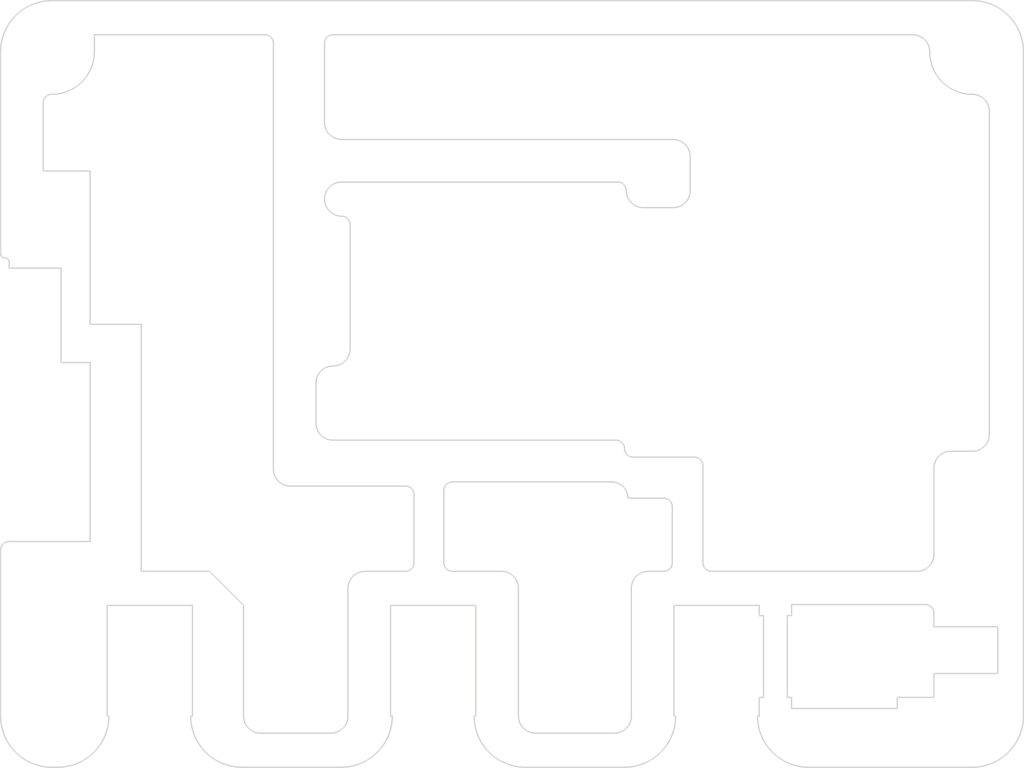
<source format=kicad_pcb>
(kicad_pcb (version 4) (host pcbnew 4.0.6-e0-6349~53~ubuntu14.04.1)

  (general
    (links 0)
    (no_connects 0)
    (area 44.599999 42.6 230.900001 150.100001)
    (thickness 2.2)
    (drawings 170)
    (tracks 0)
    (zones 0)
    (modules 12)
    (nets 12)
  )

  (page A4)
  (title_block
    (title SBMS40)
    (rev 02)
    (company "Electrodacus (Schematic and PCB layout released under CC-BY-SA 3.0 licence)")
  )

  (layers
    (0 F.Cu signal)
    (31 B.Cu signal)
    (32 B.Adhes user)
    (33 F.Adhes user)
    (34 B.Paste user)
    (35 F.Paste user)
    (36 B.SilkS user)
    (37 F.SilkS user)
    (38 B.Mask user)
    (39 F.Mask user)
    (42 Eco1.User user hide)
    (43 Eco2.User user)
    (44 Edge.Cuts user)
  )

  (setup
    (last_trace_width 0.198)
    (user_trace_width 0.198)
    (user_trace_width 0.2)
    (user_trace_width 0.25)
    (user_trace_width 0.3)
    (user_trace_width 0.5)
    (user_trace_width 0.7)
    (user_trace_width 1)
    (user_trace_width 1.2)
    (trace_clearance 0.2)
    (zone_clearance 0.5)
    (zone_45_only yes)
    (trace_min 0.198)
    (segment_width 0.2)
    (edge_width 0.15)
    (via_size 0.7)
    (via_drill 0.3)
    (via_min_size 0.5)
    (via_min_drill 0.3)
    (user_via 0.7 0.3)
    (user_via 1 0.6)
    (uvia_size 0.508)
    (uvia_drill 0.127)
    (uvias_allowed no)
    (uvia_min_size 0.5)
    (uvia_min_drill 0.1)
    (pcb_text_width 0.3)
    (pcb_text_size 1.5 1.5)
    (mod_edge_width 0.15)
    (mod_text_size 1.5 1.5)
    (mod_text_width 0.15)
    (pad_size 0.7 1.1)
    (pad_drill 0)
    (pad_to_mask_clearance 0.03)
    (solder_mask_min_width 0.1)
    (pad_to_paste_clearance_ratio -0.02)
    (aux_axis_origin 50 150)
    (visible_elements FFFFFE4F)
    (pcbplotparams
      (layerselection 0x010c0_00000000)
      (usegerberextensions true)
      (gerberprecision 5)
      (excludeedgelayer true)
      (linewidth 0.100000)
      (plotframeref false)
      (viasonmask false)
      (mode 1)
      (useauxorigin true)
      (hpglpennumber 1)
      (hpglpenspeed 20)
      (hpglpendiameter 15)
      (hpglpenoverlay 2)
      (psnegative false)
      (psa4output false)
      (plotreference false)
      (plotvalue false)
      (plotinvisibletext false)
      (padsonsilk false)
      (subtractmaskfromsilk false)
      (outputformat 1)
      (mirror false)
      (drillshape 0)
      (scaleselection 1)
      (outputdirectory SBMS40-v02c/))
  )

  (net 0 "")
  (net 1 /BAT0)
  (net 2 /CPV1P)
  (net 3 /CPV2P)
  (net 4 /CSI1a)
  (net 5 /CSI2a)
  (net 6 /LDMON)
  (net 7 /PV+)
  (net 8 /PV1)
  (net 9 /PV2)
  (net 10 GND)
  (net 11 "Net-(D7-Pad1)")

  (net_class Default "This is the default net class."
    (clearance 0.2)
    (trace_width 0.198)
    (via_dia 0.7)
    (via_drill 0.3)
    (uvia_dia 0.508)
    (uvia_drill 0.127)
  )

  (module dacusnewlib:H1-1mm-M locked (layer F.Cu) (tedit 598CE65A) (tstamp 598CE8ED)
    (at 140.2 141.8)
    (fp_text reference "" (at -0.27432 -2.94894) (layer F.SilkS) hide
      (effects (font (thickness 0.3048)))
    )
    (fp_text value "" (at 5.02412 -2.99974) (layer F.SilkS) hide
      (effects (font (thickness 0.3048)))
    )
    (pad "" np_thru_hole circle (at 0 0) (size 1 1) (drill 1) (layers *.Cu *.Mask))
  )

  (module dacusnewlib:H1-1mm-M locked (layer F.Cu) (tedit 598CE65A) (tstamp 598CE842)
    (at 141.6 132.2)
    (fp_text reference "" (at -0.27432 -2.94894) (layer F.SilkS) hide
      (effects (font (thickness 0.3048)))
    )
    (fp_text value "" (at 5.02412 -2.99974) (layer F.SilkS) hide
      (effects (font (thickness 0.3048)))
    )
    (pad "" np_thru_hole circle (at 0 0) (size 1 1) (drill 1) (layers *.Cu *.Mask))
  )

  (module dacusnewlib:H1-1mm-M locked (layer F.Cu) (tedit 598CE65A) (tstamp 598CE709)
    (at 141.6 141.8)
    (fp_text reference "" (at -0.27432 -2.94894) (layer F.SilkS) hide
      (effects (font (thickness 0.3048)))
    )
    (fp_text value "" (at 5.02412 -2.99974) (layer F.SilkS) hide
      (effects (font (thickness 0.3048)))
    )
    (pad "" np_thru_hole circle (at 0 0) (size 1 1) (drill 1) (layers *.Cu *.Mask))
  )

  (module dacusnewlib:H1-3mm-M locked (layer F.Cu) (tedit 5938536B) (tstamp 5948BCE2)
    (at 56 128)
    (fp_text reference "" (at -0.27432 -2.94894) (layer F.SilkS) hide
      (effects (font (thickness 0.3048)))
    )
    (fp_text value "" (at 5.02412 -2.99974) (layer F.SilkS) hide
      (effects (font (thickness 0.3048)))
    )
    (pad "" np_thru_hole circle (at 0 0) (size 3 3) (drill 3) (layers *.Cu *.Mask))
  )

  (module dacusnewlib:H1-3mm-M locked (layer F.Cu) (tedit 5938536B) (tstamp 5948BC4A)
    (at 164 128)
    (fp_text reference "" (at -0.27432 -2.94894) (layer F.SilkS) hide
      (effects (font (thickness 0.3048)))
    )
    (fp_text value "" (at 5.02412 -2.99974) (layer F.SilkS) hide
      (effects (font (thickness 0.3048)))
    )
    (pad "" np_thru_hole circle (at 0 0) (size 3 3) (drill 3) (layers *.Cu *.Mask))
  )

  (module dacusnewlib:H1-3mm-M locked (layer F.Cu) (tedit 5938536B) (tstamp 59475B78)
    (at 164 144)
    (fp_text reference "" (at -0.27432 -2.94894) (layer F.SilkS) hide
      (effects (font (thickness 0.3048)))
    )
    (fp_text value "" (at 5.02412 -2.99974) (layer F.SilkS) hide
      (effects (font (thickness 0.3048)))
    )
    (pad "" np_thru_hole circle (at 0 0) (size 3 3) (drill 3) (layers *.Cu *.Mask))
  )

  (module dacusnewlib:H1-3mm-M locked (layer F.Cu) (tedit 5938536B) (tstamp 58E5B0AD)
    (at 56 144)
    (fp_text reference "" (at -0.27432 -2.94894) (layer F.SilkS) hide
      (effects (font (thickness 0.3048)))
    )
    (fp_text value "" (at 5.02412 -2.99974) (layer F.SilkS) hide
      (effects (font (thickness 0.3048)))
    )
    (pad "" np_thru_hole circle (at 0 0) (size 3 3) (drill 3) (layers *.Cu *.Mask))
  )

  (module dacusnewlib:H1-5mm-M locked (layer F.Cu) (tedit 59385344) (tstamp 594DD0A1)
    (at 165.25 117.85)
    (path Hole-large)
    (fp_text reference "" (at -0.27432 -2.94894) (layer F.SilkS) hide
      (effects (font (thickness 0.3048)))
    )
    (fp_text value "" (at 5.02412 -2.99974) (layer F.SilkS) hide
      (effects (font (thickness 0.3048)))
    )
    (pad "" np_thru_hole circle (at 0 0) (size 5 5) (drill 5) (layers *.Cu *.Mask))
  )

  (module dacusnewlib:H1-5x6mm-M locked (layer F.Cu) (tedit 5951E0C1) (tstamp 58D75F2B)
    (at 55.5 85)
    (path Hole-large)
    (fp_text reference "" (at -0.27432 -2.94894) (layer F.SilkS) hide
      (effects (font (thickness 0.3048)))
    )
    (fp_text value "" (at 5.02412 -2.99974) (layer F.SilkS) hide
      (effects (font (thickness 0.3048)))
    )
    (pad "" np_thru_hole oval (at 0 0) (size 6 5) (drill oval 6 5) (layers *.Cu *.Mask))
  )

  (module dacusnewlib:H1-5mm-M locked (layer F.Cu) (tedit 59385344) (tstamp 58E5B0D8)
    (at 56 66)
    (fp_text reference "" (at -0.27432 -2.94894) (layer F.SilkS) hide
      (effects (font (thickness 0.3048)))
    )
    (fp_text value "" (at 5.02412 -2.99974) (layer F.SilkS) hide
      (effects (font (thickness 0.3048)))
    )
    (pad "" np_thru_hole circle (at 0 0) (size 5 5) (drill 5) (layers *.Cu *.Mask))
  )

  (module dacusnewlib:H1-5mm-M locked (layer F.Cu) (tedit 59385344) (tstamp 58E5B0B8)
    (at 164 66)
    (fp_text reference "" (at -0.27432 -2.94894) (layer F.SilkS) hide
      (effects (font (thickness 0.3048)))
    )
    (fp_text value "" (at 5.02412 -2.99974) (layer F.SilkS) hide
      (effects (font (thickness 0.3048)))
    )
    (pad "" np_thru_hole circle (at 0 0) (size 5 5) (drill 5) (layers *.Cu *.Mask))
  )

  (module dacusnewlib:H1-1mm-M locked (layer F.Cu) (tedit 598CE65A) (tstamp 598CE687)
    (at 140.2 132.2)
    (fp_text reference "" (at -0.27432 -2.94894) (layer F.SilkS) hide
      (effects (font (thickness 0.3048)))
    )
    (fp_text value "" (at 5.02412 -2.99974) (layer F.SilkS) hide
      (effects (font (thickness 0.3048)))
    )
    (pad "" np_thru_hole circle (at 0 0) (size 1 1) (drill 1) (layers *.Cu *.Mask))
  )

  (gr_line (start 142.3 141.8) (end 142.8 141.8) (layer Edge.Cuts) (width 0.15))
  (gr_line (start 142.8 132.2) (end 142.3 132.2) (layer Edge.Cuts) (width 0.15))
  (gr_line (start 142.3 132.2) (end 142.3 141.8) (layer Edge.Cuts) (width 0.15))
  (gr_line (start 139.5 132.2) (end 139.5 141.8) (layer Edge.Cuts) (width 0.15))
  (gr_line (start 159.5 131.9) (end 159.5 133.5) (layer Edge.Cuts) (width 0.15))
  (gr_line (start 167 133.5) (end 159.5 133.5) (layer Edge.Cuts) (width 0.15))
  (gr_line (start 167 139) (end 167 133.5) (layer Edge.Cuts) (width 0.15))
  (gr_line (start 159.5 139) (end 167 139) (layer Edge.Cuts) (width 0.15))
  (gr_arc (start 157 66) (end 157 64) (angle 90) (layer Edge.Cuts) (width 0.15))
  (gr_arc (start 128.9 82.3) (end 130.9 82.3) (angle 90) (layer Edge.Cuts) (width 0.15))
  (gr_arc (start 128.9 78.3) (end 128.9 76.3) (angle 90) (layer Edge.Cuts) (width 0.15))
  (gr_line (start 125.4 84.3) (end 128.9 84.3) (layer Edge.Cuts) (width 0.15))
  (gr_line (start 130.9 82.3) (end 130.9 78.3) (layer Edge.Cuts) (width 0.15))
  (gr_arc (start 90 83.3) (end 90 85.3) (angle 180) (layer Edge.Cuts) (width 0.15))
  (gr_arc (start 90 74.3) (end 90 76.3) (angle 90) (layer Edge.Cuts) (width 0.15))
  (gr_arc (start 90 86.3) (end 90 85.3) (angle 90) (layer Edge.Cuts) (width 0.15))
  (gr_line (start 88 74.3) (end 88 65) (layer Edge.Cuts) (width 0.15))
  (gr_arc (start 89 65) (end 88 65) (angle 90) (layer Edge.Cuts) (width 0.15))
  (gr_arc (start 122.4 82.3) (end 122.4 81.3) (angle 90) (layer Edge.Cuts) (width 0.15))
  (gr_line (start 90 81.3) (end 122.4 81.3) (layer Edge.Cuts) (width 0.15))
  (gr_line (start 89 64) (end 157 64) (layer Edge.Cuts) (width 0.15))
  (gr_arc (start 125.4 82.3) (end 125.4 84.3) (angle 90) (layer Edge.Cuts) (width 0.15))
  (gr_line (start 128.9 76.3) (end 90 76.3) (layer Edge.Cuts) (width 0.15))
  (gr_arc (start 51 124.5) (end 50 124.5) (angle 90) (layer Edge.Cuts) (width 0.15))
  (gr_line (start 97.5 127) (end 92.75 127) (layer Edge.Cuts) (width 0.15))
  (gr_line (start 97.5 116.99) (end 84 116.99) (layer Edge.Cuts) (width 0.15))
  (gr_arc (start 97.5 117.99) (end 97.5 116.99) (angle 90) (layer Edge.Cuts) (width 0.15))
  (gr_arc (start 103 117.5) (end 102 117.5) (angle 90) (layer Edge.Cuts) (width 0.15))
  (gr_arc (start 103 126) (end 103 127) (angle 90) (layer Edge.Cuts) (width 0.15))
  (gr_arc (start 97.5 126) (end 98.5 126) (angle 90) (layer Edge.Cuts) (width 0.15))
  (gr_line (start 102 117.5) (end 102 126) (layer Edge.Cuts) (width 0.15))
  (gr_line (start 98.5 126) (end 98.5 117.99) (layer Edge.Cuts) (width 0.15))
  (gr_line (start 81 64) (end 61 64) (layer Edge.Cuts) (width 0.15))
  (gr_arc (start 81 65) (end 81 64) (angle 90) (layer Edge.Cuts) (width 0.15))
  (gr_arc (start 84 114.99) (end 84 116.99) (angle 90) (layer Edge.Cuts) (width 0.15))
  (gr_arc (start 89 109.6) (end 89 111.6) (angle 90) (layer Edge.Cuts) (width 0.15))
  (gr_arc (start 89 104.9) (end 87 104.9) (angle 90) (layer Edge.Cuts) (width 0.15))
  (gr_arc (start 89 100.9) (end 91 100.9) (angle 90) (layer Edge.Cuts) (width 0.15))
  (gr_line (start 91 86.3) (end 91 100.9) (layer Edge.Cuts) (width 0.15))
  (gr_line (start 87 109.6) (end 87 104.9) (layer Edge.Cuts) (width 0.15))
  (gr_arc (start 122.2 112.6) (end 122.2 111.6) (angle 90) (layer Edge.Cuts) (width 0.15))
  (gr_line (start 126 127) (end 127.8 127) (layer Edge.Cuts) (width 0.15))
  (gr_arc (start 127.8 119.41) (end 127.8 118.41) (angle 90) (layer Edge.Cuts) (width 0.15))
  (gr_arc (start 124.2 112.6) (end 124.2 113.6) (angle 90) (layer Edge.Cuts) (width 0.15))
  (gr_arc (start 131.4 114.6) (end 131.4 113.6) (angle 90) (layer Edge.Cuts) (width 0.15))
  (gr_arc (start 133.4 126) (end 133.4 127) (angle 90) (layer Edge.Cuts) (width 0.15))
  (gr_arc (start 127.8 126) (end 128.8 126) (angle 90) (layer Edge.Cuts) (width 0.15))
  (gr_arc (start 121.69 118.41) (end 121.69 116.5) (angle 90) (layer Edge.Cuts) (width 0.15))
  (gr_line (start 122.2 111.6) (end 89 111.6) (layer Edge.Cuts) (width 0.15))
  (gr_line (start 131.4 113.6) (end 124.2 113.6) (layer Edge.Cuts) (width 0.15))
  (gr_line (start 132.4 126) (end 132.4 114.6) (layer Edge.Cuts) (width 0.15))
  (gr_line (start 127.8 118.41) (end 123.6 118.41) (layer Edge.Cuts) (width 0.15))
  (gr_line (start 128.8 126) (end 128.8 119.4) (layer Edge.Cuts) (width 0.15))
  (gr_line (start 103 116.5) (end 121.69 116.5) (layer Edge.Cuts) (width 0.15))
  (gr_line (start 82 65) (end 82 114.99) (layer Edge.Cuts) (width 0.15))
  (gr_line (start 139 131) (end 129 131) (layer Edge.Cuts) (width 0.15))
  (gr_line (start 142.8 132.2) (end 142.8 130.9) (layer Edge.Cuts) (width 0.15))
  (gr_line (start 139 132.2) (end 139.5 132.2) (layer Edge.Cuts) (width 0.15))
  (gr_line (start 139 131) (end 139 132.2) (layer Edge.Cuts) (width 0.15))
  (gr_arc (start 158.5 131.9) (end 158.5 130.9) (angle 90) (layer Edge.Cuts) (width 0.15))
  (gr_arc (start 164 110.9) (end 166 110.9) (angle 90) (layer Edge.Cuts) (width 0.15))
  (gr_arc (start 161.5 114.9) (end 159.5 114.9) (angle 90) (layer Edge.Cuts) (width 0.15))
  (gr_arc (start 157.5 125) (end 159.5 125) (angle 90) (layer Edge.Cuts) (width 0.15))
  (gr_line (start 161.5 112.9) (end 164 112.9) (layer Edge.Cuts) (width 0.15))
  (gr_line (start 159.5 125) (end 159.5 114.9) (layer Edge.Cuts) (width 0.15))
  (gr_arc (start 126 129) (end 124 129) (angle 90) (layer Edge.Cuts) (width 0.15))
  (gr_arc (start 108.75 129) (end 108.75 127) (angle 90) (layer Edge.Cuts) (width 0.15))
  (gr_line (start 112.75 146) (end 122 146) (layer Edge.Cuts) (width 0.15))
  (gr_arc (start 122 144) (end 124 144) (angle 90) (layer Edge.Cuts) (width 0.15))
  (gr_arc (start 112.75 144) (end 112.75 146) (angle 90) (layer Edge.Cuts) (width 0.15))
  (gr_arc (start 88.75 144) (end 90.75 144) (angle 90) (layer Edge.Cuts) (width 0.15))
  (gr_arc (start 80.5 144) (end 80.5 146) (angle 90) (layer Edge.Cuts) (width 0.15))
  (gr_arc (start 92.75 129) (end 90.75 129) (angle 90) (layer Edge.Cuts) (width 0.15))
  (gr_line (start 61 66) (end 61 64) (layer Edge.Cuts) (width 0.15))
  (gr_arc (start 56 72) (end 55 72) (angle 90) (layer Edge.Cuts) (width 0.15))
  (gr_arc (start 56 66) (end 61 66) (angle 90) (layer Edge.Cuts) (width 0.15))
  (gr_arc (start 164 73) (end 164 71) (angle 90) (layer Edge.Cuts) (width 0.15))
  (gr_arc (start 164 66) (end 164 71) (angle 90) (layer Edge.Cuts) (width 0.15))
  (gr_line (start 133.4 127) (end 157.5 127) (layer Edge.Cuts) (width 0.15))
  (gr_line (start 124 144) (end 124 129) (layer Edge.Cuts) (width 0.15))
  (gr_line (start 110.75 129) (end 110.75 144) (layer Edge.Cuts) (width 0.15))
  (gr_line (start 103 127) (end 108.75 127) (layer Edge.Cuts) (width 0.15))
  (gr_line (start 90.75 144) (end 90.75 129) (layer Edge.Cuts) (width 0.15))
  (gr_line (start 60.5 123.5) (end 51 123.5) (layer Edge.Cuts) (width 0.15))
  (gr_line (start 55 80) (end 55 72) (layer Edge.Cuts) (width 0.15))
  (gr_line (start 60.5 80) (end 55 80) (layer Edge.Cuts) (width 0.15))
  (gr_line (start 60.5 98) (end 60.5 80) (layer Edge.Cuts) (width 0.15))
  (gr_line (start 66.5 98) (end 60.5 98) (layer Edge.Cuts) (width 0.15))
  (gr_line (start 57.1 91.4) (end 51 91.4) (layer Edge.Cuts) (width 0.15))
  (gr_line (start 57.1 102.5) (end 57.1 91.4) (layer Edge.Cuts) (width 0.15))
  (gr_line (start 60.5 102.5) (end 57.1 102.5) (layer Edge.Cuts) (width 0.15))
  (gr_line (start 60.5 123.5) (end 60.5 102.5) (layer Edge.Cuts) (width 0.15))
  (gr_line (start 66.5 127) (end 66.5 98) (layer Edge.Cuts) (width 0.15))
  (gr_line (start 56 150) (end 56.7 150) (layer Edge.Cuts) (width 0.15))
  (gr_line (start 74.5 127) (end 66.5 127) (layer Edge.Cuts) (width 0.15))
  (gr_line (start 78.5 131) (end 74.5 127) (layer Edge.Cuts) (width 0.15))
  (gr_line (start 78.5 144) (end 78.5 131) (layer Edge.Cuts) (width 0.15))
  (gr_line (start 78.3 150) (end 89.95 150) (layer Edge.Cuts) (width 0.15))
  (gr_line (start 111.55 150) (end 123.2 150) (layer Edge.Cuts) (width 0.15))
  (gr_line (start 62.5 144) (end 62.7 144) (layer Edge.Cuts) (width 0.15))
  (gr_arc (start 56.7 144) (end 62.7 144) (angle 90) (layer Edge.Cuts) (width 0.15))
  (gr_line (start 72.3 144) (end 72.5 144) (layer Edge.Cuts) (width 0.15))
  (gr_arc (start 78.3 144) (end 78.3 150) (angle 90) (layer Edge.Cuts) (width 0.15))
  (gr_line (start 95.75 144) (end 95.95 144) (layer Edge.Cuts) (width 0.15))
  (gr_arc (start 89.95 144) (end 95.95 144) (angle 90) (layer Edge.Cuts) (width 0.15))
  (gr_line (start 95.75 131) (end 95.75 144) (layer Edge.Cuts) (width 0.15))
  (gr_line (start 105.75 131) (end 95.75 131) (layer Edge.Cuts) (width 0.15))
  (gr_line (start 105.75 144) (end 105.75 131) (layer Edge.Cuts) (width 0.15))
  (gr_line (start 105.55 144) (end 105.75 144) (layer Edge.Cuts) (width 0.15))
  (gr_arc (start 111.55 144) (end 111.55 150) (angle 90) (layer Edge.Cuts) (width 0.15))
  (gr_line (start 129 144) (end 129.2 144) (layer Edge.Cuts) (width 0.15))
  (gr_arc (start 123.2 144) (end 129.2 144) (angle 90) (layer Edge.Cuts) (width 0.15))
  (gr_line (start 138.8 144) (end 139 144) (layer Edge.Cuts) (width 0.15))
  (gr_arc (start 144.8 144) (end 144.8 150) (angle 90) (layer Edge.Cuts) (width 0.15))
  (gr_line (start 139 141.8) (end 139.5 141.8) (layer Edge.Cuts) (width 0.15))
  (gr_line (start 155.2 141.8) (end 159.5 141.8) (layer Edge.Cuts) (width 0.15))
  (gr_line (start 155.2 143.1) (end 155.2 141.8) (layer Edge.Cuts) (width 0.15))
  (gr_line (start 142.8 143.1) (end 155.2 143.1) (layer Edge.Cuts) (width 0.15))
  (gr_line (start 142.8 141.8) (end 142.8 143.1) (layer Edge.Cuts) (width 0.15))
  (gr_line (start 139 141.8) (end 139 144) (layer Edge.Cuts) (width 0.15))
  (gr_line (start 142.8 130.9) (end 158.5 130.9) (layer Edge.Cuts) (width 0.15))
  (gr_line (start 129 144) (end 129 131) (layer Edge.Cuts) (width 0.15))
  (gr_line (start 72.5 131) (end 72.5 144) (layer Edge.Cuts) (width 0.15))
  (gr_line (start 62.5 131) (end 72.5 131) (layer Edge.Cuts) (width 0.15))
  (gr_line (start 62.5 144) (end 62.5 131) (layer Edge.Cuts) (width 0.15))
  (gr_line (start 159.5 139) (end 159.5 141.8) (layer Edge.Cuts) (width 0.15))
  (gr_line (start 80.5 146) (end 88.75 146) (layer Edge.Cuts) (width 0.15))
  (gr_line (start 166 73) (end 166 110.9) (layer Edge.Cuts) (width 0.15))
  (gr_line (start 110.76 109.69) (end 110.76 114.16) (layer Eco1.User) (width 0.2))
  (gr_line (start 102.76 109.69) (end 102.76 113.16) (layer Eco1.User) (width 0.2))
  (gr_line (start 94.76 109.69) (end 94.76 113.48) (layer Eco1.User) (width 0.2))
  (gr_line (start 170 66) (end 170 144) (layer Edge.Cuts) (width 0.15))
  (gr_line (start 56 60) (end 164 60) (layer Edge.Cuts) (width 0.15))
  (gr_line (start 44.7 65) (end 230.8 65) (layer Eco1.User) (width 0.2))
  (gr_line (start 50 60) (end 50 150) (layer Eco1.User) (width 0.2))
  (gr_line (start 170 60) (end 50 60) (layer Eco1.User) (width 0.2))
  (gr_line (start 170 150) (end 170 60) (layer Eco1.User) (width 0.2))
  (gr_line (start 50 150) (end 170 150) (layer Eco1.User) (width 0.2))
  (gr_line (start 50 124.5) (end 50 144) (layer Edge.Cuts) (width 0.15))
  (gr_line (start 50 66) (end 50 89.7) (layer Edge.Cuts) (width 0.15))
  (gr_arc (start 50.5 89.7) (end 50.5 90.2) (angle 90) (layer Edge.Cuts) (width 0.15))
  (gr_arc (start 50.5 90.7) (end 50.5 90.2) (angle 90) (layer Edge.Cuts) (width 0.15))
  (gr_line (start 51 91.4) (end 51 90.7) (layer Edge.Cuts) (width 0.15))
  (gr_text 5 (at 216 137.5) (layer In4.Cu)
    (effects (font (size 1.25 1.25) (thickness 0.25)))
  )
  (gr_text 4 (at 216 135.5) (layer In3.Cu)
    (effects (font (size 1.25 1.25) (thickness 0.25)))
  )
  (gr_line (start 79.36 77.26) (end 84.46 77.26) (angle 90) (layer Eco1.User) (width 0.2))
  (gr_line (start 75 94.8) (end 75 86.46) (angle 90) (layer Eco1.User) (width 0.2))
  (gr_line (start 60.72 88.34) (end 60.71 88.34) (angle 90) (layer Eco1.User) (width 0.2))
  (gr_line (start 60.72 97.64) (end 60.72 88.34) (angle 90) (layer Eco1.User) (width 0.2))
  (gr_line (start 56.35 97.64) (end 66.4 97.64) (angle 90) (layer Eco1.User) (width 0.2))
  (gr_line (start 93 116.53) (end 93 121.8) (angle 90) (layer Eco1.User) (width 0.2))
  (gr_line (start 109 116.75) (end 109 122.32) (angle 90) (layer Eco1.User) (width 0.2))
  (gr_line (start 110.76 104.82) (end 110.76 110.63) (angle 90) (layer Eco1.User) (width 0.2))
  (gr_line (start 124.47 114) (end 159.32 114) (angle 90) (layer Eco1.User) (width 0.2))
  (gr_line (start 123.25 79.94) (end 123.25 125.58) (angle 90) (layer Eco1.User) (width 0.2))
  (gr_line (start 87.86 58.7) (end 87.86 119) (angle 90) (layer Eco1.User) (width 0.2))
  (gr_line (start 214 111.5) (end 56 111.5) (angle 90) (layer Eco1.User) (width 0.2))
  (gr_arc (start 56 117.5) (end 50 117.5) (angle 90) (layer Eco1.User) (width 0.2))
  (gr_arc (start 164 128) (end 164 122) (angle 90) (layer Eco1.User) (width 0.2))
  (gr_arc (start 56 66) (end 50 66) (angle 90) (layer Edge.Cuts) (width 0.15))
  (gr_arc (start 164 66) (end 164 60) (angle 90) (layer Edge.Cuts) (width 0.15))
  (gr_arc (start 164 144) (end 170 144) (angle 90) (layer Edge.Cuts) (width 0.15))
  (gr_arc (start 56 144) (end 56 150) (angle 90) (layer Edge.Cuts) (width 0.15))
  (gr_line (start 50 145) (end 220 145) (angle 90) (layer Eco1.User) (width 0.2))
  (gr_line (start 59.4 123.23) (end 59.41 123.23) (angle 90) (layer Eco1.User) (width 0.2))
  (gr_line (start 66.4 92.97) (end 66.4 123.23) (angle 90) (layer Eco1.User) (width 0.2))
  (gr_line (start 50 92.97) (end 66.4 92.97) (angle 90) (layer Eco1.User) (width 0.2))
  (gr_line (start 49.99 123.23) (end 67.17 123.23) (angle 90) (layer Eco1.User) (width 0.2))
  (gr_line (start 55 150) (end 55 59.6) (angle 90) (layer Eco1.User) (width 0.2))
  (gr_line (start 144.8 150) (end 164 150) (angle 90) (layer Edge.Cuts) (width 0.15))

  (zone (net 5) (net_name /CSI2a) (layer In3.Cu) (tstamp 58E42335) (hatch edge 0.508)
    (connect_pads yes (clearance 0.3))
    (min_thickness 0.3)
    (fill yes (arc_segments 32) (thermal_gap 0.508) (thermal_bridge_width 0.508) (smoothing fillet) (radius 0.3))
    (polygon
      (pts
        (xy 120.39 106.5) (xy 156 106.5) (xy 156 105.7) (xy 169 105.7) (xy 169 115.3)
        (xy 156 115.3) (xy 156 113.5) (xy 148 113.5) (xy 148 121.5) (xy 189.28 121.5)
        (xy 189.28 126.86) (xy 148.1 126.86) (xy 148.1 140) (xy 189.28 140) (xy 189.28 145.36)
        (xy 148.1 145.36) (xy 148.1 146.7) (xy 138.4 146.7) (xy 138.4 144.8) (xy 138.2 144.6)
        (xy 138.2 122.3) (xy 138.4 122.1) (xy 138.4 120.6) (xy 136 118.2) (xy 122.1 118.2)
        (xy 119.7 115.8) (xy 119.69 107.2)
      )
    )
  )
  (zone (net 5) (net_name /CSI2a) (layer In4.Cu) (tstamp 58E42366) (hatch edge 0.508)
    (connect_pads yes (clearance 0.3))
    (min_thickness 0.3)
    (fill yes (arc_segments 32) (thermal_gap 0.508) (thermal_bridge_width 0.508) (smoothing fillet) (radius 0.3))
    (polygon
      (pts
        (xy 120.39 106.5) (xy 156 106.5) (xy 156 105.7) (xy 169 105.7) (xy 169 115.3)
        (xy 156 115.3) (xy 156 113.5) (xy 148 113.5) (xy 148 121.5) (xy 189.28 121.5)
        (xy 189.28 126.86) (xy 148.1 126.86) (xy 148.1 140) (xy 189.28 140) (xy 189.28 145.36)
        (xy 148.1 145.36) (xy 148.1 146.7) (xy 138.4 146.7) (xy 138.4 144.8) (xy 138.2 144.6)
        (xy 138.2 122.3) (xy 138.4 122.1) (xy 138.4 120.6) (xy 136 118.2) (xy 122.1 118.2)
        (xy 119.7 115.8) (xy 119.7 107.2)
      )
    )
  )
  (zone (net 6) (net_name /LDMON) (layer In3.Cu) (tstamp 58E42F63) (hatch edge 0.508)
    (connect_pads yes (clearance 0.3))
    (min_thickness 0.3)
    (fill yes (arc_segments 32) (thermal_gap 0.508) (thermal_bridge_width 0.508) (smoothing fillet) (radius 0.3))
    (polygon
      (pts
        (xy 148.72 127.81) (xy 189.9 127.81) (xy 189.9 120.5) (xy 186.4 120.5) (xy 186.4 117.1)
        (xy 191.4 117.1) (xy 209.5 117.1) (xy 209.5 146.7) (xy 189.9 146.7) (xy 189.9 139.05)
        (xy 148.72 139.05)
      )
    )
  )
  (zone (net 6) (net_name /LDMON) (layer In4.Cu) (tstamp 58E42F7D) (hatch edge 0.508)
    (connect_pads yes (clearance 0.3))
    (min_thickness 0.3)
    (fill yes (arc_segments 32) (thermal_gap 0.508) (thermal_bridge_width 0.508) (smoothing fillet) (radius 0.3))
    (polygon
      (pts
        (xy 148.72 127.81) (xy 189.9 127.81) (xy 189.9 120.5) (xy 186.4 120.5) (xy 186.4 117.1)
        (xy 191.4 117.1) (xy 209.5 117.1) (xy 209.5 146.7) (xy 189.9 146.7) (xy 189.9 139.05)
        (xy 148.72 139.05)
      )
    )
  )
  (zone (net 7) (net_name /PV+) (layer In3.Cu) (tstamp 58E42FCE) (hatch edge 0.508)
    (connect_pads yes (clearance 1))
    (min_thickness 1)
    (fill yes (arc_segments 32) (thermal_gap 0.508) (thermal_bridge_width 0.508) (smoothing fillet) (radius 0.3))
    (polygon
      (pts
        (xy 55 111.1) (xy 110.28 111.1) (xy 119.72 105.5) (xy 154.28 105.5) (xy 156 104.7)
        (xy 169 104.7) (xy 169 96.9) (xy 188.81 96.9) (xy 201.29 84.42) (xy 201.29 42.6)
        (xy 111.5 42.6) (xy 111.5 55.5) (xy 96.7 55.5) (xy 96.7 42.6) (xy 55 42.6)
        (xy 55 97.5) (xy 60.9 97.5) (xy 60.9 99) (xy 55 99)
      )
    )
  )
  (zone (net 7) (net_name /PV+) (layer In4.Cu) (tstamp 58E4390E) (hatch edge 0.508)
    (connect_pads yes (clearance 1))
    (min_thickness 1)
    (fill yes (arc_segments 32) (thermal_gap 0.508) (thermal_bridge_width 0.508) (smoothing fillet) (radius 0.3))
    (polygon
      (pts
        (xy 55 111.1) (xy 110.28 111.1) (xy 119.72 105.5) (xy 154.28 105.5) (xy 156 104.7)
        (xy 169 104.7) (xy 169 96.9) (xy 188.81 96.9) (xy 201.29 84.42) (xy 201.29 42.6)
        (xy 111.5 42.6) (xy 111.5 55.5) (xy 96.7 55.5) (xy 96.7 42.6) (xy 55 42.6)
        (xy 55 97.5) (xy 60.9 97.5) (xy 60.9 99) (xy 55 99)
      )
    )
  )
  (zone (net 8) (net_name /PV1) (layer In3.Cu) (tstamp 58E43ED4) (hatch edge 0.508)
    (connect_pads yes (clearance 0.3))
    (min_thickness 0.3)
    (fill yes (arc_segments 32) (thermal_gap 0.508) (thermal_bridge_width 0.508) (smoothing fillet) (radius 0.3))
    (polygon
      (pts
        (xy 87.72 112.1) (xy 110.28 112.1) (xy 110.28 114) (xy 107.28 117) (xy 87.72 117)
      )
    )
  )
  (zone (net 8) (net_name /PV1) (layer In4.Cu) (tstamp 58E43F00) (hatch edge 0.508)
    (connect_pads yes (clearance 0.3))
    (min_thickness 0.3)
    (fill yes (arc_segments 32) (thermal_gap 0.508) (thermal_bridge_width 0.508) (smoothing fillet) (radius 0.3))
    (polygon
      (pts
        (xy 87.72 112.1) (xy 110.28 112.1) (xy 110.28 114) (xy 107.28 117) (xy 87.72 117)
      )
    )
  )
  (zone (net 9) (net_name /PV2) (layer In3.Cu) (tstamp 58E43FC2) (hatch edge 0.508)
    (connect_pads yes (clearance 0.3))
    (min_thickness 0.3)
    (fill yes (arc_segments 32) (thermal_gap 0.508) (thermal_bridge_width 0.508) (smoothing fillet) (radius 0.3))
    (polygon
      (pts
        (xy 58.72 112.1) (xy 81.7 112.1) (xy 81.7 117) (xy 61.64 117) (xy 58.72 114.08)
      )
    )
  )
  (zone (net 9) (net_name /PV2) (layer In4.Cu) (tstamp 58E43FE6) (hatch edge 0.508)
    (connect_pads yes (clearance 0.3))
    (min_thickness 0.3)
    (fill yes (arc_segments 32) (thermal_gap 0.508) (thermal_bridge_width 0.508) (smoothing fillet) (radius 0.3))
    (polygon
      (pts
        (xy 58.72 112.1) (xy 81.7 112.1) (xy 81.7 117) (xy 61.64 117) (xy 58.72 114.08)
      )
    )
  )
  (zone (net 4) (net_name /CSI1a) (layer In3.Cu) (tstamp 58E44DA2) (hatch edge 0.508)
    (connect_pads yes (clearance 0.3))
    (min_thickness 0.3)
    (fill yes (arc_segments 32) (thermal_gap 0.508) (thermal_bridge_width 0.508) (smoothing fillet) (radius 0.3))
    (polygon
      (pts
        (xy 117 120.18) (xy 134.8 120.18) (xy 136.02 121.4) (xy 136.6 121.98) (xy 136.6 122.1)
        (xy 136.8 122.3) (xy 136.8 144.6) (xy 136.6 144.8) (xy 136.6 146.68) (xy 117 146.68)
      )
    )
  )
  (zone (net 4) (net_name /CSI1a) (layer In4.Cu) (tstamp 58E44DD1) (hatch edge 0.508)
    (connect_pads yes (clearance 0.3))
    (min_thickness 0.3)
    (fill yes (arc_segments 32) (thermal_gap 0.508) (thermal_bridge_width 0.508) (smoothing fillet) (radius 0.3))
    (polygon
      (pts
        (xy 117 120.18) (xy 134.8 120.18) (xy 136.02 121.4) (xy 136.6 121.98) (xy 136.6 122.1)
        (xy 136.8 122.3) (xy 136.8 144.6) (xy 136.6 144.8) (xy 136.6 146.68) (xy 117 146.68)
      )
    )
  )
  (zone (net 2) (net_name /CPV1P) (layer In3.Cu) (tstamp 58E45106) (hatch edge 0.508)
    (connect_pads yes (clearance 0.3))
    (min_thickness 0.3)
    (fill yes (arc_segments 32) (thermal_gap 0.508) (thermal_bridge_width 0.508) (smoothing fillet) (radius 0.3))
    (polygon
      (pts
        (xy 91 117.89) (xy 91 146.68) (xy 107 146.68) (xy 107 123.4) (xy 107 117.89)
        (xy 106.8 117.69) (xy 91.2 117.69)
      )
    )
  )
  (zone (net 2) (net_name /CPV1P) (layer In4.Cu) (tstamp 58E45130) (hatch edge 0.508)
    (connect_pads yes (clearance 0.3))
    (min_thickness 0.3)
    (fill yes (arc_segments 32) (thermal_gap 0.508) (thermal_bridge_width 0.508) (smoothing fillet) (radius 0.3))
    (polygon
      (pts
        (xy 91 117.89) (xy 91 146.68) (xy 107 146.68) (xy 107 123.4) (xy 107 117.89)
        (xy 106.8 117.69) (xy 91.2 117.69)
      )
    )
  )
  (zone (net 3) (net_name /CPV2P) (layer In3.Cu) (tstamp 58E4515C) (hatch edge 0.508)
    (connect_pads yes (clearance 0.3))
    (min_thickness 0.3)
    (fill yes (arc_segments 32) (thermal_gap 0.508) (thermal_bridge_width 0.508) (smoothing fillet) (radius 0.3))
    (polygon
      (pts
        (xy 62 117.89) (xy 62.2 117.69) (xy 77.8 117.69) (xy 78 117.89) (xy 78 146.68)
        (xy 62 146.68)
      )
    )
  )
  (zone (net 3) (net_name /CPV2P) (layer In4.Cu) (tstamp 58E45188) (hatch edge 0.508)
    (connect_pads yes (clearance 0.3))
    (min_thickness 0.3)
    (fill yes (arc_segments 32) (thermal_gap 0.508) (thermal_bridge_width 0.508) (smoothing fillet) (radius 0.3))
    (polygon
      (pts
        (xy 62 117.89) (xy 62.2 117.69) (xy 77.8 117.69) (xy 78 117.89) (xy 78 146.68)
        (xy 62 146.68)
      )
    )
  )
  (zone (net 10) (net_name GND) (layer In3.Cu) (tstamp 58E45309) (hatch edge 0.508)
    (connect_pads yes (clearance 1))
    (min_thickness 1)
    (fill yes (arc_segments 32) (thermal_gap 0.508) (thermal_bridge_width 0.508) (smoothing fillet) (radius 0.3))
    (polygon
      (pts
        (xy 185.61 105.43) (xy 186.51 105.43) (xy 187.19 104.75) (xy 198.33 104.75) (xy 198.33 115.68)
        (xy 210 115.68) (xy 212.5 113.5) (xy 220 113.5) (xy 220 42.6) (xy 202.3 42.6)
        (xy 202.31 84.83) (xy 186.51 100.63) (xy 185.61 100.63)
      )
    )
  )
  (zone (net 10) (net_name GND) (layer In4.Cu) (tstamp 58E453D4) (hatch edge 0.508)
    (connect_pads yes (clearance 1))
    (min_thickness 1)
    (fill yes (arc_segments 32) (thermal_gap 0.508) (thermal_bridge_width 0.508) (smoothing fillet) (radius 0.3))
    (polygon
      (pts
        (xy 185.61 105.43) (xy 186.51 105.43) (xy 187.19 104.75) (xy 198.33 104.75) (xy 198.33 115.68)
        (xy 210 115.68) (xy 212.5 113.5) (xy 220 113.5) (xy 220 42.6) (xy 202.31 42.6)
        (xy 202.31 84.83) (xy 186.51 100.63) (xy 185.61 100.63)
      )
    )
  )
  (zone (net 1) (net_name /BAT0) (layer In3.Cu) (tstamp 58E457EE) (hatch edge 0.508)
    (connect_pads yes (clearance 0.3))
    (min_thickness 0.3)
    (fill yes (arc_segments 32) (thermal_gap 0.508) (thermal_bridge_width 0.508) (smoothing fillet) (radius 0.3))
    (polygon
      (pts
        (xy 185.61 112.77) (xy 188.3 112.77) (xy 188.3 111.1) (xy 197.3 111.1) (xy 197.3 105.8)
        (xy 188.3 105.8) (xy 186.4 107.7) (xy 185.71 107.7) (xy 185.71 107.97) (xy 185.61 107.97)
      )
    )
  )
  (zone (net 1) (net_name /BAT0) (layer In4.Cu) (tstamp 58E45820) (hatch edge 0.508)
    (connect_pads yes (clearance 0.3))
    (min_thickness 0.3)
    (fill yes (arc_segments 32) (thermal_gap 0.508) (thermal_bridge_width 0.508) (smoothing fillet) (radius 0.3))
    (polygon
      (pts
        (xy 185.61 112.77) (xy 188.3 112.77) (xy 188.3 111.1) (xy 197.3 111.1) (xy 197.3 105.8)
        (xy 188.3 105.8) (xy 186.4 107.7) (xy 185.71 107.7) (xy 185.71 107.97) (xy 185.61 107.97)
      )
    )
  )
  (zone (net 11) (net_name "Net-(D7-Pad1)") (layer In3.Cu) (tstamp 58E45941) (hatch edge 0.508)
    (connect_pads yes (clearance 0.3))
    (min_thickness 0.3)
    (fill yes (arc_segments 32) (thermal_gap 0.508) (thermal_bridge_width 0.508) (smoothing fillet) (radius 0.3))
    (polygon
      (pts
        (xy 156 115.9) (xy 156 120.5) (xy 185.3 120.5) (xy 185.3 116.7) (xy 197.3 116.7)
        (xy 197.3 111.6) (xy 188.8 111.6) (xy 188.8 113.3) (xy 169.5 113.3) (xy 169.5 115.9)
      )
    )
  )
  (zone (net 11) (net_name "Net-(D7-Pad1)") (layer In4.Cu) (tstamp 58E4597B) (hatch edge 0.508)
    (connect_pads yes (clearance 0.3))
    (min_thickness 0.3)
    (fill yes (arc_segments 32) (thermal_gap 0.508) (thermal_bridge_width 0.508) (smoothing fillet) (radius 0.3))
    (polygon
      (pts
        (xy 156 115.9) (xy 156 120.5) (xy 185.3 120.5) (xy 185.3 116.7) (xy 197.3 116.7)
        (xy 197.3 111.6) (xy 188.8 111.6) (xy 188.8 113.3) (xy 169.5 113.3) (xy 169.5 115.9)
      )
    )
  )
)

</source>
